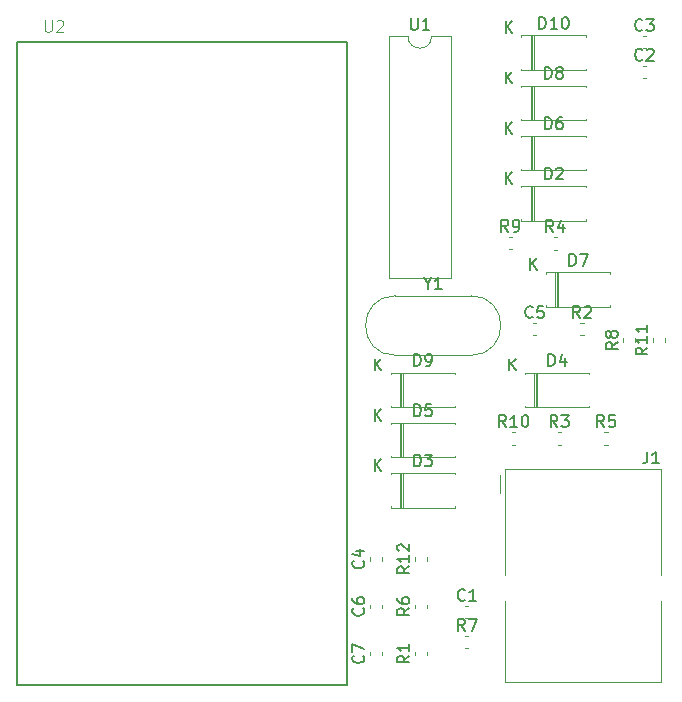
<source format=gbr>
%TF.GenerationSoftware,KiCad,Pcbnew,(5.1.10)-1*%
%TF.CreationDate,2021-06-22T20:16:26+08:00*%
%TF.ProjectId,sm8223,736d3832-3233-42e6-9b69-6361645f7063,rev?*%
%TF.SameCoordinates,Original*%
%TF.FileFunction,Legend,Top*%
%TF.FilePolarity,Positive*%
%FSLAX46Y46*%
G04 Gerber Fmt 4.6, Leading zero omitted, Abs format (unit mm)*
G04 Created by KiCad (PCBNEW (5.1.10)-1) date 2021-06-22 20:16:26*
%MOMM*%
%LPD*%
G01*
G04 APERTURE LIST*
%ADD10C,0.120000*%
%ADD11C,0.100000*%
%ADD12C,0.127000*%
%ADD13C,0.150000*%
%ADD14C,0.015000*%
G04 APERTURE END LIST*
D10*
%TO.C,C1*%
X76974420Y-80255000D02*
X77255580Y-80255000D01*
X76974420Y-81275000D02*
X77255580Y-81275000D01*
%TO.C,C2*%
X92014420Y-35525000D02*
X92295580Y-35525000D01*
X92014420Y-34505000D02*
X92295580Y-34505000D01*
%TO.C,C3*%
X92014420Y-31995000D02*
X92295580Y-31995000D01*
X92014420Y-33015000D02*
X92295580Y-33015000D01*
%TO.C,C4*%
X69915000Y-76375580D02*
X69915000Y-76094420D01*
X68895000Y-76375580D02*
X68895000Y-76094420D01*
%TO.C,C5*%
X82714420Y-56295000D02*
X82995580Y-56295000D01*
X82714420Y-57315000D02*
X82995580Y-57315000D01*
%TO.C,C6*%
X68895000Y-80385580D02*
X68895000Y-80104420D01*
X69915000Y-80385580D02*
X69915000Y-80104420D01*
%TO.C,C7*%
X69915000Y-84395580D02*
X69915000Y-84114420D01*
X68895000Y-84395580D02*
X68895000Y-84114420D01*
%TO.C,D2*%
X82525000Y-44655000D02*
X82525000Y-47595000D01*
X82765000Y-44655000D02*
X82765000Y-47595000D01*
X82645000Y-44655000D02*
X82645000Y-47595000D01*
X87185000Y-47595000D02*
X87185000Y-47465000D01*
X81745000Y-47595000D02*
X87185000Y-47595000D01*
X81745000Y-47465000D02*
X81745000Y-47595000D01*
X87185000Y-44655000D02*
X87185000Y-44785000D01*
X81745000Y-44655000D02*
X87185000Y-44655000D01*
X81745000Y-44785000D02*
X81745000Y-44655000D01*
%TO.C,D3*%
X70665000Y-69085000D02*
X70665000Y-68955000D01*
X70665000Y-68955000D02*
X76105000Y-68955000D01*
X76105000Y-68955000D02*
X76105000Y-69085000D01*
X70665000Y-71765000D02*
X70665000Y-71895000D01*
X70665000Y-71895000D02*
X76105000Y-71895000D01*
X76105000Y-71895000D02*
X76105000Y-71765000D01*
X71565000Y-68955000D02*
X71565000Y-71895000D01*
X71685000Y-68955000D02*
X71685000Y-71895000D01*
X71445000Y-68955000D02*
X71445000Y-71895000D01*
%TO.C,D4*%
X82815000Y-60455000D02*
X82815000Y-63395000D01*
X83055000Y-60455000D02*
X83055000Y-63395000D01*
X82935000Y-60455000D02*
X82935000Y-63395000D01*
X87475000Y-63395000D02*
X87475000Y-63265000D01*
X82035000Y-63395000D02*
X87475000Y-63395000D01*
X82035000Y-63265000D02*
X82035000Y-63395000D01*
X87475000Y-60455000D02*
X87475000Y-60585000D01*
X82035000Y-60455000D02*
X87475000Y-60455000D01*
X82035000Y-60585000D02*
X82035000Y-60455000D01*
%TO.C,D5*%
X70665000Y-64835000D02*
X70665000Y-64705000D01*
X70665000Y-64705000D02*
X76105000Y-64705000D01*
X76105000Y-64705000D02*
X76105000Y-64835000D01*
X70665000Y-67515000D02*
X70665000Y-67645000D01*
X70665000Y-67645000D02*
X76105000Y-67645000D01*
X76105000Y-67645000D02*
X76105000Y-67515000D01*
X71565000Y-64705000D02*
X71565000Y-67645000D01*
X71685000Y-64705000D02*
X71685000Y-67645000D01*
X71445000Y-64705000D02*
X71445000Y-67645000D01*
%TO.C,D6*%
X81745000Y-40535000D02*
X81745000Y-40405000D01*
X81745000Y-40405000D02*
X87185000Y-40405000D01*
X87185000Y-40405000D02*
X87185000Y-40535000D01*
X81745000Y-43215000D02*
X81745000Y-43345000D01*
X81745000Y-43345000D02*
X87185000Y-43345000D01*
X87185000Y-43345000D02*
X87185000Y-43215000D01*
X82645000Y-40405000D02*
X82645000Y-43345000D01*
X82765000Y-40405000D02*
X82765000Y-43345000D01*
X82525000Y-40405000D02*
X82525000Y-43345000D01*
%TO.C,D7*%
X84595000Y-51955000D02*
X84595000Y-54895000D01*
X84835000Y-51955000D02*
X84835000Y-54895000D01*
X84715000Y-51955000D02*
X84715000Y-54895000D01*
X89255000Y-54895000D02*
X89255000Y-54765000D01*
X83815000Y-54895000D02*
X89255000Y-54895000D01*
X83815000Y-54765000D02*
X83815000Y-54895000D01*
X89255000Y-51955000D02*
X89255000Y-52085000D01*
X83815000Y-51955000D02*
X89255000Y-51955000D01*
X83815000Y-52085000D02*
X83815000Y-51955000D01*
%TO.C,D8*%
X82525000Y-36155000D02*
X82525000Y-39095000D01*
X82765000Y-36155000D02*
X82765000Y-39095000D01*
X82645000Y-36155000D02*
X82645000Y-39095000D01*
X87185000Y-39095000D02*
X87185000Y-38965000D01*
X81745000Y-39095000D02*
X87185000Y-39095000D01*
X81745000Y-38965000D02*
X81745000Y-39095000D01*
X87185000Y-36155000D02*
X87185000Y-36285000D01*
X81745000Y-36155000D02*
X87185000Y-36155000D01*
X81745000Y-36285000D02*
X81745000Y-36155000D01*
%TO.C,D9*%
X70665000Y-60585000D02*
X70665000Y-60455000D01*
X70665000Y-60455000D02*
X76105000Y-60455000D01*
X76105000Y-60455000D02*
X76105000Y-60585000D01*
X70665000Y-63265000D02*
X70665000Y-63395000D01*
X70665000Y-63395000D02*
X76105000Y-63395000D01*
X76105000Y-63395000D02*
X76105000Y-63265000D01*
X71565000Y-60455000D02*
X71565000Y-63395000D01*
X71685000Y-60455000D02*
X71685000Y-63395000D01*
X71445000Y-60455000D02*
X71445000Y-63395000D01*
%TO.C,D10*%
X82525000Y-31905000D02*
X82525000Y-34845000D01*
X82765000Y-31905000D02*
X82765000Y-34845000D01*
X82645000Y-31905000D02*
X82645000Y-34845000D01*
X87185000Y-34845000D02*
X87185000Y-34715000D01*
X81745000Y-34845000D02*
X87185000Y-34845000D01*
X81745000Y-34715000D02*
X81745000Y-34845000D01*
X87185000Y-31905000D02*
X87185000Y-32035000D01*
X81745000Y-31905000D02*
X87185000Y-31905000D01*
X81745000Y-32035000D02*
X81745000Y-31905000D01*
%TO.C,J1*%
X80390000Y-68620000D02*
X93590000Y-68620000D01*
X93590000Y-68620000D02*
X93590000Y-77640000D01*
D11*
X93590000Y-86500000D02*
X93590000Y-86620000D01*
D10*
X93590000Y-86620000D02*
X93590000Y-79840000D01*
D11*
X93590000Y-86610000D02*
X93590000Y-86620000D01*
D10*
X93590000Y-86620000D02*
X80390000Y-86620000D01*
X80390000Y-86620000D02*
X80390000Y-79840000D01*
D11*
X80390000Y-77570000D02*
X80390000Y-77640000D01*
D10*
X80390000Y-77640000D02*
X80390000Y-68620000D01*
X79920000Y-70620000D02*
X79920000Y-69090000D01*
%TO.C,R1*%
X72705000Y-84395580D02*
X72705000Y-84114420D01*
X73725000Y-84395580D02*
X73725000Y-84114420D01*
%TO.C,R2*%
X86724420Y-57315000D02*
X87005580Y-57315000D01*
X86724420Y-56295000D02*
X87005580Y-56295000D01*
%TO.C,R3*%
X84804420Y-65530000D02*
X85085580Y-65530000D01*
X84804420Y-66550000D02*
X85085580Y-66550000D01*
%TO.C,R4*%
X84454420Y-50040000D02*
X84735580Y-50040000D01*
X84454420Y-49020000D02*
X84735580Y-49020000D01*
%TO.C,R5*%
X88759420Y-65530000D02*
X89040580Y-65530000D01*
X88759420Y-66550000D02*
X89040580Y-66550000D01*
%TO.C,R6*%
X73725000Y-80385580D02*
X73725000Y-80104420D01*
X72705000Y-80385580D02*
X72705000Y-80104420D01*
%TO.C,R7*%
X76974420Y-83785000D02*
X77255580Y-83785000D01*
X76974420Y-82765000D02*
X77255580Y-82765000D01*
%TO.C,R8*%
X91375000Y-57845580D02*
X91375000Y-57564420D01*
X90355000Y-57845580D02*
X90355000Y-57564420D01*
%TO.C,R9*%
X80644420Y-50015000D02*
X80925580Y-50015000D01*
X80644420Y-48995000D02*
X80925580Y-48995000D01*
%TO.C,R10*%
X80934420Y-66550000D02*
X81215580Y-66550000D01*
X80934420Y-65530000D02*
X81215580Y-65530000D01*
%TO.C,R11*%
X92865000Y-57845580D02*
X92865000Y-57564420D01*
X93885000Y-57845580D02*
X93885000Y-57564420D01*
%TO.C,R12*%
X72705000Y-76375580D02*
X72705000Y-76094420D01*
X73725000Y-76375580D02*
X73725000Y-76094420D01*
%TO.C,U1*%
X75785000Y-31995000D02*
X74135000Y-31995000D01*
X75785000Y-52435000D02*
X75785000Y-31995000D01*
X70485000Y-52435000D02*
X75785000Y-52435000D01*
X70485000Y-31995000D02*
X70485000Y-52435000D01*
X72135000Y-31995000D02*
X70485000Y-31995000D01*
X74135000Y-31995000D02*
G75*
G02*
X72135000Y-31995000I-1000000J0D01*
G01*
D12*
%TO.C,U2*%
X66930000Y-86870000D02*
X39030000Y-86870000D01*
X66930000Y-32470000D02*
X66930000Y-86870000D01*
X39030000Y-32470000D02*
X66930000Y-32470000D01*
X39030000Y-86870000D02*
X39030000Y-32470000D01*
D10*
%TO.C,Y1*%
X71065000Y-59000000D02*
X77465000Y-59000000D01*
X71065000Y-53950000D02*
X77465000Y-53950000D01*
X71065000Y-59000000D02*
G75*
G02*
X71065000Y-53950000I0J2525000D01*
G01*
X77465000Y-59000000D02*
G75*
G03*
X77465000Y-53950000I0J2525000D01*
G01*
%TO.C,C1*%
D13*
X76948333Y-79692142D02*
X76900714Y-79739761D01*
X76757857Y-79787380D01*
X76662619Y-79787380D01*
X76519761Y-79739761D01*
X76424523Y-79644523D01*
X76376904Y-79549285D01*
X76329285Y-79358809D01*
X76329285Y-79215952D01*
X76376904Y-79025476D01*
X76424523Y-78930238D01*
X76519761Y-78835000D01*
X76662619Y-78787380D01*
X76757857Y-78787380D01*
X76900714Y-78835000D01*
X76948333Y-78882619D01*
X77900714Y-79787380D02*
X77329285Y-79787380D01*
X77615000Y-79787380D02*
X77615000Y-78787380D01*
X77519761Y-78930238D01*
X77424523Y-79025476D01*
X77329285Y-79073095D01*
%TO.C,C2*%
X91988333Y-33942142D02*
X91940714Y-33989761D01*
X91797857Y-34037380D01*
X91702619Y-34037380D01*
X91559761Y-33989761D01*
X91464523Y-33894523D01*
X91416904Y-33799285D01*
X91369285Y-33608809D01*
X91369285Y-33465952D01*
X91416904Y-33275476D01*
X91464523Y-33180238D01*
X91559761Y-33085000D01*
X91702619Y-33037380D01*
X91797857Y-33037380D01*
X91940714Y-33085000D01*
X91988333Y-33132619D01*
X92369285Y-33132619D02*
X92416904Y-33085000D01*
X92512142Y-33037380D01*
X92750238Y-33037380D01*
X92845476Y-33085000D01*
X92893095Y-33132619D01*
X92940714Y-33227857D01*
X92940714Y-33323095D01*
X92893095Y-33465952D01*
X92321666Y-34037380D01*
X92940714Y-34037380D01*
%TO.C,C3*%
X91988333Y-31432142D02*
X91940714Y-31479761D01*
X91797857Y-31527380D01*
X91702619Y-31527380D01*
X91559761Y-31479761D01*
X91464523Y-31384523D01*
X91416904Y-31289285D01*
X91369285Y-31098809D01*
X91369285Y-30955952D01*
X91416904Y-30765476D01*
X91464523Y-30670238D01*
X91559761Y-30575000D01*
X91702619Y-30527380D01*
X91797857Y-30527380D01*
X91940714Y-30575000D01*
X91988333Y-30622619D01*
X92321666Y-30527380D02*
X92940714Y-30527380D01*
X92607380Y-30908333D01*
X92750238Y-30908333D01*
X92845476Y-30955952D01*
X92893095Y-31003571D01*
X92940714Y-31098809D01*
X92940714Y-31336904D01*
X92893095Y-31432142D01*
X92845476Y-31479761D01*
X92750238Y-31527380D01*
X92464523Y-31527380D01*
X92369285Y-31479761D01*
X92321666Y-31432142D01*
%TO.C,C4*%
X68332142Y-76401666D02*
X68379761Y-76449285D01*
X68427380Y-76592142D01*
X68427380Y-76687380D01*
X68379761Y-76830238D01*
X68284523Y-76925476D01*
X68189285Y-76973095D01*
X67998809Y-77020714D01*
X67855952Y-77020714D01*
X67665476Y-76973095D01*
X67570238Y-76925476D01*
X67475000Y-76830238D01*
X67427380Y-76687380D01*
X67427380Y-76592142D01*
X67475000Y-76449285D01*
X67522619Y-76401666D01*
X67760714Y-75544523D02*
X68427380Y-75544523D01*
X67379761Y-75782619D02*
X68094047Y-76020714D01*
X68094047Y-75401666D01*
%TO.C,C5*%
X82688333Y-55732142D02*
X82640714Y-55779761D01*
X82497857Y-55827380D01*
X82402619Y-55827380D01*
X82259761Y-55779761D01*
X82164523Y-55684523D01*
X82116904Y-55589285D01*
X82069285Y-55398809D01*
X82069285Y-55255952D01*
X82116904Y-55065476D01*
X82164523Y-54970238D01*
X82259761Y-54875000D01*
X82402619Y-54827380D01*
X82497857Y-54827380D01*
X82640714Y-54875000D01*
X82688333Y-54922619D01*
X83593095Y-54827380D02*
X83116904Y-54827380D01*
X83069285Y-55303571D01*
X83116904Y-55255952D01*
X83212142Y-55208333D01*
X83450238Y-55208333D01*
X83545476Y-55255952D01*
X83593095Y-55303571D01*
X83640714Y-55398809D01*
X83640714Y-55636904D01*
X83593095Y-55732142D01*
X83545476Y-55779761D01*
X83450238Y-55827380D01*
X83212142Y-55827380D01*
X83116904Y-55779761D01*
X83069285Y-55732142D01*
%TO.C,C6*%
X68332142Y-80411666D02*
X68379761Y-80459285D01*
X68427380Y-80602142D01*
X68427380Y-80697380D01*
X68379761Y-80840238D01*
X68284523Y-80935476D01*
X68189285Y-80983095D01*
X67998809Y-81030714D01*
X67855952Y-81030714D01*
X67665476Y-80983095D01*
X67570238Y-80935476D01*
X67475000Y-80840238D01*
X67427380Y-80697380D01*
X67427380Y-80602142D01*
X67475000Y-80459285D01*
X67522619Y-80411666D01*
X67427380Y-79554523D02*
X67427380Y-79745000D01*
X67475000Y-79840238D01*
X67522619Y-79887857D01*
X67665476Y-79983095D01*
X67855952Y-80030714D01*
X68236904Y-80030714D01*
X68332142Y-79983095D01*
X68379761Y-79935476D01*
X68427380Y-79840238D01*
X68427380Y-79649761D01*
X68379761Y-79554523D01*
X68332142Y-79506904D01*
X68236904Y-79459285D01*
X67998809Y-79459285D01*
X67903571Y-79506904D01*
X67855952Y-79554523D01*
X67808333Y-79649761D01*
X67808333Y-79840238D01*
X67855952Y-79935476D01*
X67903571Y-79983095D01*
X67998809Y-80030714D01*
%TO.C,C7*%
X68332142Y-84421666D02*
X68379761Y-84469285D01*
X68427380Y-84612142D01*
X68427380Y-84707380D01*
X68379761Y-84850238D01*
X68284523Y-84945476D01*
X68189285Y-84993095D01*
X67998809Y-85040714D01*
X67855952Y-85040714D01*
X67665476Y-84993095D01*
X67570238Y-84945476D01*
X67475000Y-84850238D01*
X67427380Y-84707380D01*
X67427380Y-84612142D01*
X67475000Y-84469285D01*
X67522619Y-84421666D01*
X67427380Y-84088333D02*
X67427380Y-83421666D01*
X68427380Y-83850238D01*
%TO.C,D2*%
X83726904Y-44107380D02*
X83726904Y-43107380D01*
X83965000Y-43107380D01*
X84107857Y-43155000D01*
X84203095Y-43250238D01*
X84250714Y-43345476D01*
X84298333Y-43535952D01*
X84298333Y-43678809D01*
X84250714Y-43869285D01*
X84203095Y-43964523D01*
X84107857Y-44059761D01*
X83965000Y-44107380D01*
X83726904Y-44107380D01*
X84679285Y-43202619D02*
X84726904Y-43155000D01*
X84822142Y-43107380D01*
X85060238Y-43107380D01*
X85155476Y-43155000D01*
X85203095Y-43202619D01*
X85250714Y-43297857D01*
X85250714Y-43393095D01*
X85203095Y-43535952D01*
X84631666Y-44107380D01*
X85250714Y-44107380D01*
X80393095Y-44477380D02*
X80393095Y-43477380D01*
X80964523Y-44477380D02*
X80535952Y-43905952D01*
X80964523Y-43477380D02*
X80393095Y-44048809D01*
%TO.C,D3*%
X72646904Y-68407380D02*
X72646904Y-67407380D01*
X72885000Y-67407380D01*
X73027857Y-67455000D01*
X73123095Y-67550238D01*
X73170714Y-67645476D01*
X73218333Y-67835952D01*
X73218333Y-67978809D01*
X73170714Y-68169285D01*
X73123095Y-68264523D01*
X73027857Y-68359761D01*
X72885000Y-68407380D01*
X72646904Y-68407380D01*
X73551666Y-67407380D02*
X74170714Y-67407380D01*
X73837380Y-67788333D01*
X73980238Y-67788333D01*
X74075476Y-67835952D01*
X74123095Y-67883571D01*
X74170714Y-67978809D01*
X74170714Y-68216904D01*
X74123095Y-68312142D01*
X74075476Y-68359761D01*
X73980238Y-68407380D01*
X73694523Y-68407380D01*
X73599285Y-68359761D01*
X73551666Y-68312142D01*
X69313095Y-68777380D02*
X69313095Y-67777380D01*
X69884523Y-68777380D02*
X69455952Y-68205952D01*
X69884523Y-67777380D02*
X69313095Y-68348809D01*
%TO.C,D4*%
X84016904Y-59907380D02*
X84016904Y-58907380D01*
X84255000Y-58907380D01*
X84397857Y-58955000D01*
X84493095Y-59050238D01*
X84540714Y-59145476D01*
X84588333Y-59335952D01*
X84588333Y-59478809D01*
X84540714Y-59669285D01*
X84493095Y-59764523D01*
X84397857Y-59859761D01*
X84255000Y-59907380D01*
X84016904Y-59907380D01*
X85445476Y-59240714D02*
X85445476Y-59907380D01*
X85207380Y-58859761D02*
X84969285Y-59574047D01*
X85588333Y-59574047D01*
X80683095Y-60277380D02*
X80683095Y-59277380D01*
X81254523Y-60277380D02*
X80825952Y-59705952D01*
X81254523Y-59277380D02*
X80683095Y-59848809D01*
%TO.C,D5*%
X72646904Y-64157380D02*
X72646904Y-63157380D01*
X72885000Y-63157380D01*
X73027857Y-63205000D01*
X73123095Y-63300238D01*
X73170714Y-63395476D01*
X73218333Y-63585952D01*
X73218333Y-63728809D01*
X73170714Y-63919285D01*
X73123095Y-64014523D01*
X73027857Y-64109761D01*
X72885000Y-64157380D01*
X72646904Y-64157380D01*
X74123095Y-63157380D02*
X73646904Y-63157380D01*
X73599285Y-63633571D01*
X73646904Y-63585952D01*
X73742142Y-63538333D01*
X73980238Y-63538333D01*
X74075476Y-63585952D01*
X74123095Y-63633571D01*
X74170714Y-63728809D01*
X74170714Y-63966904D01*
X74123095Y-64062142D01*
X74075476Y-64109761D01*
X73980238Y-64157380D01*
X73742142Y-64157380D01*
X73646904Y-64109761D01*
X73599285Y-64062142D01*
X69313095Y-64527380D02*
X69313095Y-63527380D01*
X69884523Y-64527380D02*
X69455952Y-63955952D01*
X69884523Y-63527380D02*
X69313095Y-64098809D01*
%TO.C,D6*%
X83726904Y-39857380D02*
X83726904Y-38857380D01*
X83965000Y-38857380D01*
X84107857Y-38905000D01*
X84203095Y-39000238D01*
X84250714Y-39095476D01*
X84298333Y-39285952D01*
X84298333Y-39428809D01*
X84250714Y-39619285D01*
X84203095Y-39714523D01*
X84107857Y-39809761D01*
X83965000Y-39857380D01*
X83726904Y-39857380D01*
X85155476Y-38857380D02*
X84965000Y-38857380D01*
X84869761Y-38905000D01*
X84822142Y-38952619D01*
X84726904Y-39095476D01*
X84679285Y-39285952D01*
X84679285Y-39666904D01*
X84726904Y-39762142D01*
X84774523Y-39809761D01*
X84869761Y-39857380D01*
X85060238Y-39857380D01*
X85155476Y-39809761D01*
X85203095Y-39762142D01*
X85250714Y-39666904D01*
X85250714Y-39428809D01*
X85203095Y-39333571D01*
X85155476Y-39285952D01*
X85060238Y-39238333D01*
X84869761Y-39238333D01*
X84774523Y-39285952D01*
X84726904Y-39333571D01*
X84679285Y-39428809D01*
X80393095Y-40227380D02*
X80393095Y-39227380D01*
X80964523Y-40227380D02*
X80535952Y-39655952D01*
X80964523Y-39227380D02*
X80393095Y-39798809D01*
%TO.C,D7*%
X85796904Y-51407380D02*
X85796904Y-50407380D01*
X86035000Y-50407380D01*
X86177857Y-50455000D01*
X86273095Y-50550238D01*
X86320714Y-50645476D01*
X86368333Y-50835952D01*
X86368333Y-50978809D01*
X86320714Y-51169285D01*
X86273095Y-51264523D01*
X86177857Y-51359761D01*
X86035000Y-51407380D01*
X85796904Y-51407380D01*
X86701666Y-50407380D02*
X87368333Y-50407380D01*
X86939761Y-51407380D01*
X82463095Y-51777380D02*
X82463095Y-50777380D01*
X83034523Y-51777380D02*
X82605952Y-51205952D01*
X83034523Y-50777380D02*
X82463095Y-51348809D01*
%TO.C,D8*%
X83726904Y-35607380D02*
X83726904Y-34607380D01*
X83965000Y-34607380D01*
X84107857Y-34655000D01*
X84203095Y-34750238D01*
X84250714Y-34845476D01*
X84298333Y-35035952D01*
X84298333Y-35178809D01*
X84250714Y-35369285D01*
X84203095Y-35464523D01*
X84107857Y-35559761D01*
X83965000Y-35607380D01*
X83726904Y-35607380D01*
X84869761Y-35035952D02*
X84774523Y-34988333D01*
X84726904Y-34940714D01*
X84679285Y-34845476D01*
X84679285Y-34797857D01*
X84726904Y-34702619D01*
X84774523Y-34655000D01*
X84869761Y-34607380D01*
X85060238Y-34607380D01*
X85155476Y-34655000D01*
X85203095Y-34702619D01*
X85250714Y-34797857D01*
X85250714Y-34845476D01*
X85203095Y-34940714D01*
X85155476Y-34988333D01*
X85060238Y-35035952D01*
X84869761Y-35035952D01*
X84774523Y-35083571D01*
X84726904Y-35131190D01*
X84679285Y-35226428D01*
X84679285Y-35416904D01*
X84726904Y-35512142D01*
X84774523Y-35559761D01*
X84869761Y-35607380D01*
X85060238Y-35607380D01*
X85155476Y-35559761D01*
X85203095Y-35512142D01*
X85250714Y-35416904D01*
X85250714Y-35226428D01*
X85203095Y-35131190D01*
X85155476Y-35083571D01*
X85060238Y-35035952D01*
X80393095Y-35977380D02*
X80393095Y-34977380D01*
X80964523Y-35977380D02*
X80535952Y-35405952D01*
X80964523Y-34977380D02*
X80393095Y-35548809D01*
%TO.C,D9*%
X72646904Y-59907380D02*
X72646904Y-58907380D01*
X72885000Y-58907380D01*
X73027857Y-58955000D01*
X73123095Y-59050238D01*
X73170714Y-59145476D01*
X73218333Y-59335952D01*
X73218333Y-59478809D01*
X73170714Y-59669285D01*
X73123095Y-59764523D01*
X73027857Y-59859761D01*
X72885000Y-59907380D01*
X72646904Y-59907380D01*
X73694523Y-59907380D02*
X73885000Y-59907380D01*
X73980238Y-59859761D01*
X74027857Y-59812142D01*
X74123095Y-59669285D01*
X74170714Y-59478809D01*
X74170714Y-59097857D01*
X74123095Y-59002619D01*
X74075476Y-58955000D01*
X73980238Y-58907380D01*
X73789761Y-58907380D01*
X73694523Y-58955000D01*
X73646904Y-59002619D01*
X73599285Y-59097857D01*
X73599285Y-59335952D01*
X73646904Y-59431190D01*
X73694523Y-59478809D01*
X73789761Y-59526428D01*
X73980238Y-59526428D01*
X74075476Y-59478809D01*
X74123095Y-59431190D01*
X74170714Y-59335952D01*
X69313095Y-60277380D02*
X69313095Y-59277380D01*
X69884523Y-60277380D02*
X69455952Y-59705952D01*
X69884523Y-59277380D02*
X69313095Y-59848809D01*
%TO.C,D10*%
X83250714Y-31357380D02*
X83250714Y-30357380D01*
X83488809Y-30357380D01*
X83631666Y-30405000D01*
X83726904Y-30500238D01*
X83774523Y-30595476D01*
X83822142Y-30785952D01*
X83822142Y-30928809D01*
X83774523Y-31119285D01*
X83726904Y-31214523D01*
X83631666Y-31309761D01*
X83488809Y-31357380D01*
X83250714Y-31357380D01*
X84774523Y-31357380D02*
X84203095Y-31357380D01*
X84488809Y-31357380D02*
X84488809Y-30357380D01*
X84393571Y-30500238D01*
X84298333Y-30595476D01*
X84203095Y-30643095D01*
X85393571Y-30357380D02*
X85488809Y-30357380D01*
X85584047Y-30405000D01*
X85631666Y-30452619D01*
X85679285Y-30547857D01*
X85726904Y-30738333D01*
X85726904Y-30976428D01*
X85679285Y-31166904D01*
X85631666Y-31262142D01*
X85584047Y-31309761D01*
X85488809Y-31357380D01*
X85393571Y-31357380D01*
X85298333Y-31309761D01*
X85250714Y-31262142D01*
X85203095Y-31166904D01*
X85155476Y-30976428D01*
X85155476Y-30738333D01*
X85203095Y-30547857D01*
X85250714Y-30452619D01*
X85298333Y-30405000D01*
X85393571Y-30357380D01*
X80393095Y-31727380D02*
X80393095Y-30727380D01*
X80964523Y-31727380D02*
X80535952Y-31155952D01*
X80964523Y-30727380D02*
X80393095Y-31298809D01*
%TO.C,J1*%
X92376666Y-67142380D02*
X92376666Y-67856666D01*
X92329047Y-67999523D01*
X92233809Y-68094761D01*
X92090952Y-68142380D01*
X91995714Y-68142380D01*
X93376666Y-68142380D02*
X92805238Y-68142380D01*
X93090952Y-68142380D02*
X93090952Y-67142380D01*
X92995714Y-67285238D01*
X92900476Y-67380476D01*
X92805238Y-67428095D01*
%TO.C,R1*%
X72237380Y-84421666D02*
X71761190Y-84755000D01*
X72237380Y-84993095D02*
X71237380Y-84993095D01*
X71237380Y-84612142D01*
X71285000Y-84516904D01*
X71332619Y-84469285D01*
X71427857Y-84421666D01*
X71570714Y-84421666D01*
X71665952Y-84469285D01*
X71713571Y-84516904D01*
X71761190Y-84612142D01*
X71761190Y-84993095D01*
X72237380Y-83469285D02*
X72237380Y-84040714D01*
X72237380Y-83755000D02*
X71237380Y-83755000D01*
X71380238Y-83850238D01*
X71475476Y-83945476D01*
X71523095Y-84040714D01*
%TO.C,R2*%
X86698333Y-55827380D02*
X86365000Y-55351190D01*
X86126904Y-55827380D02*
X86126904Y-54827380D01*
X86507857Y-54827380D01*
X86603095Y-54875000D01*
X86650714Y-54922619D01*
X86698333Y-55017857D01*
X86698333Y-55160714D01*
X86650714Y-55255952D01*
X86603095Y-55303571D01*
X86507857Y-55351190D01*
X86126904Y-55351190D01*
X87079285Y-54922619D02*
X87126904Y-54875000D01*
X87222142Y-54827380D01*
X87460238Y-54827380D01*
X87555476Y-54875000D01*
X87603095Y-54922619D01*
X87650714Y-55017857D01*
X87650714Y-55113095D01*
X87603095Y-55255952D01*
X87031666Y-55827380D01*
X87650714Y-55827380D01*
%TO.C,R3*%
X84778333Y-65062380D02*
X84445000Y-64586190D01*
X84206904Y-65062380D02*
X84206904Y-64062380D01*
X84587857Y-64062380D01*
X84683095Y-64110000D01*
X84730714Y-64157619D01*
X84778333Y-64252857D01*
X84778333Y-64395714D01*
X84730714Y-64490952D01*
X84683095Y-64538571D01*
X84587857Y-64586190D01*
X84206904Y-64586190D01*
X85111666Y-64062380D02*
X85730714Y-64062380D01*
X85397380Y-64443333D01*
X85540238Y-64443333D01*
X85635476Y-64490952D01*
X85683095Y-64538571D01*
X85730714Y-64633809D01*
X85730714Y-64871904D01*
X85683095Y-64967142D01*
X85635476Y-65014761D01*
X85540238Y-65062380D01*
X85254523Y-65062380D01*
X85159285Y-65014761D01*
X85111666Y-64967142D01*
%TO.C,R4*%
X84428333Y-48552380D02*
X84095000Y-48076190D01*
X83856904Y-48552380D02*
X83856904Y-47552380D01*
X84237857Y-47552380D01*
X84333095Y-47600000D01*
X84380714Y-47647619D01*
X84428333Y-47742857D01*
X84428333Y-47885714D01*
X84380714Y-47980952D01*
X84333095Y-48028571D01*
X84237857Y-48076190D01*
X83856904Y-48076190D01*
X85285476Y-47885714D02*
X85285476Y-48552380D01*
X85047380Y-47504761D02*
X84809285Y-48219047D01*
X85428333Y-48219047D01*
%TO.C,R5*%
X88733333Y-65062380D02*
X88400000Y-64586190D01*
X88161904Y-65062380D02*
X88161904Y-64062380D01*
X88542857Y-64062380D01*
X88638095Y-64110000D01*
X88685714Y-64157619D01*
X88733333Y-64252857D01*
X88733333Y-64395714D01*
X88685714Y-64490952D01*
X88638095Y-64538571D01*
X88542857Y-64586190D01*
X88161904Y-64586190D01*
X89638095Y-64062380D02*
X89161904Y-64062380D01*
X89114285Y-64538571D01*
X89161904Y-64490952D01*
X89257142Y-64443333D01*
X89495238Y-64443333D01*
X89590476Y-64490952D01*
X89638095Y-64538571D01*
X89685714Y-64633809D01*
X89685714Y-64871904D01*
X89638095Y-64967142D01*
X89590476Y-65014761D01*
X89495238Y-65062380D01*
X89257142Y-65062380D01*
X89161904Y-65014761D01*
X89114285Y-64967142D01*
%TO.C,R6*%
X72237380Y-80411666D02*
X71761190Y-80745000D01*
X72237380Y-80983095D02*
X71237380Y-80983095D01*
X71237380Y-80602142D01*
X71285000Y-80506904D01*
X71332619Y-80459285D01*
X71427857Y-80411666D01*
X71570714Y-80411666D01*
X71665952Y-80459285D01*
X71713571Y-80506904D01*
X71761190Y-80602142D01*
X71761190Y-80983095D01*
X71237380Y-79554523D02*
X71237380Y-79745000D01*
X71285000Y-79840238D01*
X71332619Y-79887857D01*
X71475476Y-79983095D01*
X71665952Y-80030714D01*
X72046904Y-80030714D01*
X72142142Y-79983095D01*
X72189761Y-79935476D01*
X72237380Y-79840238D01*
X72237380Y-79649761D01*
X72189761Y-79554523D01*
X72142142Y-79506904D01*
X72046904Y-79459285D01*
X71808809Y-79459285D01*
X71713571Y-79506904D01*
X71665952Y-79554523D01*
X71618333Y-79649761D01*
X71618333Y-79840238D01*
X71665952Y-79935476D01*
X71713571Y-79983095D01*
X71808809Y-80030714D01*
%TO.C,R7*%
X76948333Y-82297380D02*
X76615000Y-81821190D01*
X76376904Y-82297380D02*
X76376904Y-81297380D01*
X76757857Y-81297380D01*
X76853095Y-81345000D01*
X76900714Y-81392619D01*
X76948333Y-81487857D01*
X76948333Y-81630714D01*
X76900714Y-81725952D01*
X76853095Y-81773571D01*
X76757857Y-81821190D01*
X76376904Y-81821190D01*
X77281666Y-81297380D02*
X77948333Y-81297380D01*
X77519761Y-82297380D01*
%TO.C,R8*%
X89887380Y-57871666D02*
X89411190Y-58205000D01*
X89887380Y-58443095D02*
X88887380Y-58443095D01*
X88887380Y-58062142D01*
X88935000Y-57966904D01*
X88982619Y-57919285D01*
X89077857Y-57871666D01*
X89220714Y-57871666D01*
X89315952Y-57919285D01*
X89363571Y-57966904D01*
X89411190Y-58062142D01*
X89411190Y-58443095D01*
X89315952Y-57300238D02*
X89268333Y-57395476D01*
X89220714Y-57443095D01*
X89125476Y-57490714D01*
X89077857Y-57490714D01*
X88982619Y-57443095D01*
X88935000Y-57395476D01*
X88887380Y-57300238D01*
X88887380Y-57109761D01*
X88935000Y-57014523D01*
X88982619Y-56966904D01*
X89077857Y-56919285D01*
X89125476Y-56919285D01*
X89220714Y-56966904D01*
X89268333Y-57014523D01*
X89315952Y-57109761D01*
X89315952Y-57300238D01*
X89363571Y-57395476D01*
X89411190Y-57443095D01*
X89506428Y-57490714D01*
X89696904Y-57490714D01*
X89792142Y-57443095D01*
X89839761Y-57395476D01*
X89887380Y-57300238D01*
X89887380Y-57109761D01*
X89839761Y-57014523D01*
X89792142Y-56966904D01*
X89696904Y-56919285D01*
X89506428Y-56919285D01*
X89411190Y-56966904D01*
X89363571Y-57014523D01*
X89315952Y-57109761D01*
%TO.C,R9*%
X80618333Y-48527380D02*
X80285000Y-48051190D01*
X80046904Y-48527380D02*
X80046904Y-47527380D01*
X80427857Y-47527380D01*
X80523095Y-47575000D01*
X80570714Y-47622619D01*
X80618333Y-47717857D01*
X80618333Y-47860714D01*
X80570714Y-47955952D01*
X80523095Y-48003571D01*
X80427857Y-48051190D01*
X80046904Y-48051190D01*
X81094523Y-48527380D02*
X81285000Y-48527380D01*
X81380238Y-48479761D01*
X81427857Y-48432142D01*
X81523095Y-48289285D01*
X81570714Y-48098809D01*
X81570714Y-47717857D01*
X81523095Y-47622619D01*
X81475476Y-47575000D01*
X81380238Y-47527380D01*
X81189761Y-47527380D01*
X81094523Y-47575000D01*
X81046904Y-47622619D01*
X80999285Y-47717857D01*
X80999285Y-47955952D01*
X81046904Y-48051190D01*
X81094523Y-48098809D01*
X81189761Y-48146428D01*
X81380238Y-48146428D01*
X81475476Y-48098809D01*
X81523095Y-48051190D01*
X81570714Y-47955952D01*
%TO.C,R10*%
X80432142Y-65062380D02*
X80098809Y-64586190D01*
X79860714Y-65062380D02*
X79860714Y-64062380D01*
X80241666Y-64062380D01*
X80336904Y-64110000D01*
X80384523Y-64157619D01*
X80432142Y-64252857D01*
X80432142Y-64395714D01*
X80384523Y-64490952D01*
X80336904Y-64538571D01*
X80241666Y-64586190D01*
X79860714Y-64586190D01*
X81384523Y-65062380D02*
X80813095Y-65062380D01*
X81098809Y-65062380D02*
X81098809Y-64062380D01*
X81003571Y-64205238D01*
X80908333Y-64300476D01*
X80813095Y-64348095D01*
X82003571Y-64062380D02*
X82098809Y-64062380D01*
X82194047Y-64110000D01*
X82241666Y-64157619D01*
X82289285Y-64252857D01*
X82336904Y-64443333D01*
X82336904Y-64681428D01*
X82289285Y-64871904D01*
X82241666Y-64967142D01*
X82194047Y-65014761D01*
X82098809Y-65062380D01*
X82003571Y-65062380D01*
X81908333Y-65014761D01*
X81860714Y-64967142D01*
X81813095Y-64871904D01*
X81765476Y-64681428D01*
X81765476Y-64443333D01*
X81813095Y-64252857D01*
X81860714Y-64157619D01*
X81908333Y-64110000D01*
X82003571Y-64062380D01*
%TO.C,R11*%
X92397380Y-58347857D02*
X91921190Y-58681190D01*
X92397380Y-58919285D02*
X91397380Y-58919285D01*
X91397380Y-58538333D01*
X91445000Y-58443095D01*
X91492619Y-58395476D01*
X91587857Y-58347857D01*
X91730714Y-58347857D01*
X91825952Y-58395476D01*
X91873571Y-58443095D01*
X91921190Y-58538333D01*
X91921190Y-58919285D01*
X92397380Y-57395476D02*
X92397380Y-57966904D01*
X92397380Y-57681190D02*
X91397380Y-57681190D01*
X91540238Y-57776428D01*
X91635476Y-57871666D01*
X91683095Y-57966904D01*
X92397380Y-56443095D02*
X92397380Y-57014523D01*
X92397380Y-56728809D02*
X91397380Y-56728809D01*
X91540238Y-56824047D01*
X91635476Y-56919285D01*
X91683095Y-57014523D01*
%TO.C,R12*%
X72237380Y-76877857D02*
X71761190Y-77211190D01*
X72237380Y-77449285D02*
X71237380Y-77449285D01*
X71237380Y-77068333D01*
X71285000Y-76973095D01*
X71332619Y-76925476D01*
X71427857Y-76877857D01*
X71570714Y-76877857D01*
X71665952Y-76925476D01*
X71713571Y-76973095D01*
X71761190Y-77068333D01*
X71761190Y-77449285D01*
X72237380Y-75925476D02*
X72237380Y-76496904D01*
X72237380Y-76211190D02*
X71237380Y-76211190D01*
X71380238Y-76306428D01*
X71475476Y-76401666D01*
X71523095Y-76496904D01*
X71332619Y-75544523D02*
X71285000Y-75496904D01*
X71237380Y-75401666D01*
X71237380Y-75163571D01*
X71285000Y-75068333D01*
X71332619Y-75020714D01*
X71427857Y-74973095D01*
X71523095Y-74973095D01*
X71665952Y-75020714D01*
X72237380Y-75592142D01*
X72237380Y-74973095D01*
%TO.C,U1*%
X72373095Y-30447380D02*
X72373095Y-31256904D01*
X72420714Y-31352142D01*
X72468333Y-31399761D01*
X72563571Y-31447380D01*
X72754047Y-31447380D01*
X72849285Y-31399761D01*
X72896904Y-31352142D01*
X72944523Y-31256904D01*
X72944523Y-30447380D01*
X73944523Y-31447380D02*
X73373095Y-31447380D01*
X73658809Y-31447380D02*
X73658809Y-30447380D01*
X73563571Y-30590238D01*
X73468333Y-30685476D01*
X73373095Y-30733095D01*
%TO.C,U2*%
D14*
X41388626Y-30626124D02*
X41388626Y-31435960D01*
X41436263Y-31531235D01*
X41483901Y-31578873D01*
X41579175Y-31626510D01*
X41769725Y-31626510D01*
X41865000Y-31578873D01*
X41912637Y-31531235D01*
X41960275Y-31435960D01*
X41960275Y-30626124D01*
X42389012Y-30721399D02*
X42436649Y-30673762D01*
X42531924Y-30626124D01*
X42770111Y-30626124D01*
X42865386Y-30673762D01*
X42913023Y-30721399D01*
X42960661Y-30816674D01*
X42960661Y-30911949D01*
X42913023Y-31054861D01*
X42341374Y-31626510D01*
X42960661Y-31626510D01*
%TO.C,Y1*%
D13*
X73788809Y-52926190D02*
X73788809Y-53402380D01*
X73455476Y-52402380D02*
X73788809Y-52926190D01*
X74122142Y-52402380D01*
X74979285Y-53402380D02*
X74407857Y-53402380D01*
X74693571Y-53402380D02*
X74693571Y-52402380D01*
X74598333Y-52545238D01*
X74503095Y-52640476D01*
X74407857Y-52688095D01*
%TD*%
M02*

</source>
